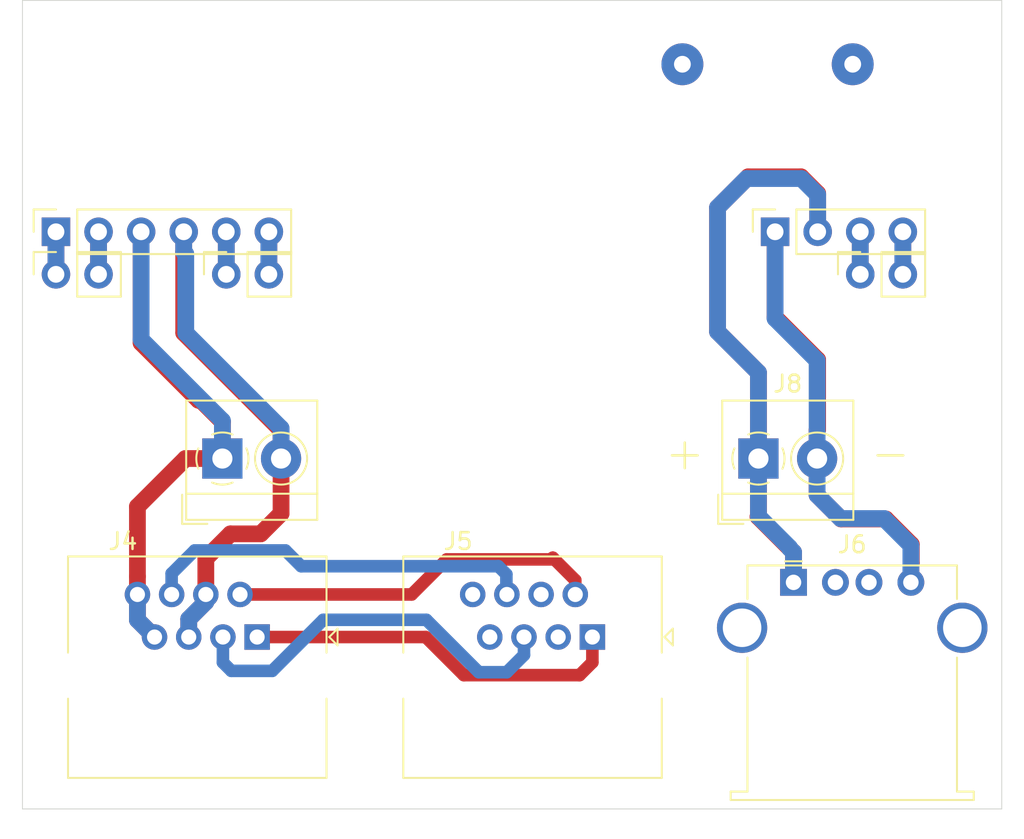
<source format=kicad_pcb>
(kicad_pcb (version 20171130) (host pcbnew 5.1.5-52549c5~86~ubuntu18.04.1)

  (general
    (thickness 1.6)
    (drawings 6)
    (tracks 119)
    (zones 0)
    (modules 22)
    (nets 23)
  )

  (page A4)
  (title_block
    (title "D01 Electronic")
    (company Galopago)
  )

  (layers
    (0 F.Cu signal)
    (31 B.Cu signal)
    (32 B.Adhes user)
    (33 F.Adhes user)
    (34 B.Paste user)
    (35 F.Paste user)
    (36 B.SilkS user)
    (37 F.SilkS user)
    (38 B.Mask user)
    (39 F.Mask user)
    (40 Dwgs.User user)
    (41 Cmts.User user)
    (42 Eco1.User user)
    (43 Eco2.User user)
    (44 Edge.Cuts user)
    (45 Margin user)
    (46 B.CrtYd user)
    (47 F.CrtYd user)
    (48 B.Fab user)
    (49 F.Fab user)
  )

  (setup
    (last_trace_width 1)
    (trace_clearance 0.2)
    (zone_clearance 0.508)
    (zone_45_only no)
    (trace_min 0.2)
    (via_size 0.8)
    (via_drill 0.4)
    (via_min_size 0.4)
    (via_min_drill 0.3)
    (uvia_size 0.3)
    (uvia_drill 0.1)
    (uvias_allowed no)
    (uvia_min_size 0.2)
    (uvia_min_drill 0.1)
    (edge_width 0.05)
    (segment_width 0.2)
    (pcb_text_width 0.3)
    (pcb_text_size 1.5 1.5)
    (mod_edge_width 0.12)
    (mod_text_size 1 1)
    (mod_text_width 0.15)
    (pad_size 2.4 2.4)
    (pad_drill 1.2)
    (pad_to_mask_clearance 0.051)
    (solder_mask_min_width 0.25)
    (aux_axis_origin 0 0)
    (visible_elements FFFFFF7F)
    (pcbplotparams
      (layerselection 0x010fc_ffffffff)
      (usegerberextensions false)
      (usegerberattributes false)
      (usegerberadvancedattributes false)
      (creategerberjobfile false)
      (excludeedgelayer true)
      (linewidth 0.100000)
      (plotframeref false)
      (viasonmask false)
      (mode 1)
      (useauxorigin false)
      (hpglpennumber 1)
      (hpglpenspeed 20)
      (hpglpendiameter 15.000000)
      (psnegative false)
      (psa4output false)
      (plotreference true)
      (plotvalue true)
      (plotinvisibletext false)
      (padsonsilk false)
      (subtractmaskfromsilk false)
      (outputformat 1)
      (mirror false)
      (drillshape 1)
      (scaleselection 1)
      (outputdirectory ""))
  )

  (net 0 "")
  (net 1 "Net-(J0-Pad1)")
  (net 2 "Net-(J4-Pad6)")
  (net 3 "Net-(J4-Pad3)")
  (net 4 "Net-(J4-Pad2)")
  (net 5 "Net-(J4-Pad1)")
  (net 6 "Net-(J5-Pad7)")
  (net 7 "Net-(J5-Pad8)")
  (net 8 "Net-(J5-Pad4)")
  (net 9 "Net-(J5-Pad3)")
  (net 10 "Net-(J6-Pad5)")
  (net 11 "Net-(J6-Pad4)")
  (net 12 "Net-(J6-Pad1)")
  (net 13 "Net-(J6-Pad3)")
  (net 14 "Net-(J6-Pad2)")
  (net 15 "Net-(J10-Pad6)")
  (net 16 "Net-(J10-Pad5)")
  (net 17 "Net-(J10-Pad4)")
  (net 18 "Net-(J10-Pad3)")
  (net 19 "Net-(J10-Pad2)")
  (net 20 "Net-(J10-Pad1)")
  (net 21 "Net-(J11-Pad2)")
  (net 22 "Net-(J11-Pad1)")

  (net_class Default "This is the default net class."
    (clearance 0.2)
    (trace_width 1)
    (via_dia 0.8)
    (via_drill 0.4)
    (uvia_dia 0.3)
    (uvia_drill 0.1)
    (add_net "Net-(J0-Pad1)")
    (add_net "Net-(J10-Pad1)")
    (add_net "Net-(J10-Pad2)")
    (add_net "Net-(J10-Pad3)")
    (add_net "Net-(J10-Pad4)")
    (add_net "Net-(J10-Pad5)")
    (add_net "Net-(J10-Pad6)")
    (add_net "Net-(J11-Pad1)")
    (add_net "Net-(J11-Pad2)")
    (add_net "Net-(J4-Pad1)")
    (add_net "Net-(J4-Pad2)")
    (add_net "Net-(J4-Pad3)")
    (add_net "Net-(J4-Pad6)")
    (add_net "Net-(J5-Pad3)")
    (add_net "Net-(J5-Pad4)")
    (add_net "Net-(J5-Pad7)")
    (add_net "Net-(J5-Pad8)")
    (add_net "Net-(J6-Pad1)")
    (add_net "Net-(J6-Pad2)")
    (add_net "Net-(J6-Pad3)")
    (add_net "Net-(J6-Pad4)")
    (add_net "Net-(J6-Pad5)")
  )

  (module Connector_PinSocket_2.54mm:PinSocket_1x02_P2.54mm_Vertical (layer F.Cu) (tedit 5F5B0FE3) (tstamp 5F5C43B9)
    (at 69.98 36.35 90)
    (descr "Through hole straight socket strip, 1x02, 2.54mm pitch, single row (from Kicad 4.0.7), script generated")
    (tags "Through hole socket strip THT 1x02 2.54mm single row")
    (path /5F6B707F)
    (fp_text reference J11 (at 0 -2.77 90) (layer F.SilkS) hide
      (effects (font (size 1 1) (thickness 0.15)))
    )
    (fp_text value Conn_01x02_Female (at 0 5.31 90) (layer F.Fab)
      (effects (font (size 1 1) (thickness 0.15)))
    )
    (fp_text user %R (at 0 1.27) (layer F.Fab)
      (effects (font (size 1 1) (thickness 0.15)))
    )
    (fp_line (start -1.8 4.3) (end -1.8 -1.8) (layer F.CrtYd) (width 0.05))
    (fp_line (start 1.75 4.3) (end -1.8 4.3) (layer F.CrtYd) (width 0.05))
    (fp_line (start 1.75 -1.8) (end 1.75 4.3) (layer F.CrtYd) (width 0.05))
    (fp_line (start -1.8 -1.8) (end 1.75 -1.8) (layer F.CrtYd) (width 0.05))
    (fp_line (start 0 -1.33) (end 1.33 -1.33) (layer F.SilkS) (width 0.12))
    (fp_line (start 1.33 -1.33) (end 1.33 0) (layer F.SilkS) (width 0.12))
    (fp_line (start 1.33 1.27) (end 1.33 3.87) (layer F.SilkS) (width 0.12))
    (fp_line (start -1.33 3.87) (end 1.33 3.87) (layer F.SilkS) (width 0.12))
    (fp_line (start -1.33 1.27) (end -1.33 3.87) (layer F.SilkS) (width 0.12))
    (fp_line (start -1.33 1.27) (end 1.33 1.27) (layer F.SilkS) (width 0.12))
    (fp_line (start -1.27 3.81) (end -1.27 -1.27) (layer F.Fab) (width 0.1))
    (fp_line (start 1.27 3.81) (end -1.27 3.81) (layer F.Fab) (width 0.1))
    (fp_line (start 1.27 -0.635) (end 1.27 3.81) (layer F.Fab) (width 0.1))
    (fp_line (start 0.635 -1.27) (end 1.27 -0.635) (layer F.Fab) (width 0.1))
    (fp_line (start -1.27 -1.27) (end 0.635 -1.27) (layer F.Fab) (width 0.1))
    (pad 2 thru_hole oval (at 0 2.54 90) (size 1.7 1.7) (drill 1) (layers *.Cu *.Mask)
      (net 21 "Net-(J11-Pad2)"))
    (pad 1 thru_hole circle (at 0 0 90) (size 1.7 1.7) (drill 1) (layers *.Cu *.Mask)
      (net 22 "Net-(J11-Pad1)"))
    (model ${KISYS3DMOD}/Connector_PinSocket_2.54mm.3dshapes/PinSocket_1x02_P2.54mm_Vertical.wrl
      (at (xyz 0 0 0))
      (scale (xyz 1 1 1))
      (rotate (xyz 0 0 0))
    )
  )

  (module Connector_PinSocket_2.54mm:PinSocket_1x02_P2.54mm_Vertical (layer F.Cu) (tedit 5F5B0FD2) (tstamp 5F5C4171)
    (at 32.16 36.35 90)
    (descr "Through hole straight socket strip, 1x02, 2.54mm pitch, single row (from Kicad 4.0.7), script generated")
    (tags "Through hole socket strip THT 1x02 2.54mm single row")
    (path /5F6B6825)
    (fp_text reference J3 (at 0 -2.77 90) (layer F.SilkS) hide
      (effects (font (size 1 1) (thickness 0.15)))
    )
    (fp_text value Conn_01x02_Female (at 0 5.31 90) (layer F.Fab)
      (effects (font (size 1 1) (thickness 0.15)))
    )
    (fp_text user %R (at 0 1.27) (layer F.Fab)
      (effects (font (size 1 1) (thickness 0.15)))
    )
    (fp_line (start -1.8 4.3) (end -1.8 -1.8) (layer F.CrtYd) (width 0.05))
    (fp_line (start 1.75 4.3) (end -1.8 4.3) (layer F.CrtYd) (width 0.05))
    (fp_line (start 1.75 -1.8) (end 1.75 4.3) (layer F.CrtYd) (width 0.05))
    (fp_line (start -1.8 -1.8) (end 1.75 -1.8) (layer F.CrtYd) (width 0.05))
    (fp_line (start 0 -1.33) (end 1.33 -1.33) (layer F.SilkS) (width 0.12))
    (fp_line (start 1.33 -1.33) (end 1.33 0) (layer F.SilkS) (width 0.12))
    (fp_line (start 1.33 1.27) (end 1.33 3.87) (layer F.SilkS) (width 0.12))
    (fp_line (start -1.33 3.87) (end 1.33 3.87) (layer F.SilkS) (width 0.12))
    (fp_line (start -1.33 1.27) (end -1.33 3.87) (layer F.SilkS) (width 0.12))
    (fp_line (start -1.33 1.27) (end 1.33 1.27) (layer F.SilkS) (width 0.12))
    (fp_line (start -1.27 3.81) (end -1.27 -1.27) (layer F.Fab) (width 0.1))
    (fp_line (start 1.27 3.81) (end -1.27 3.81) (layer F.Fab) (width 0.1))
    (fp_line (start 1.27 -0.635) (end 1.27 3.81) (layer F.Fab) (width 0.1))
    (fp_line (start 0.635 -1.27) (end 1.27 -0.635) (layer F.Fab) (width 0.1))
    (fp_line (start -1.27 -1.27) (end 0.635 -1.27) (layer F.Fab) (width 0.1))
    (pad 2 thru_hole oval (at 0 2.54 90) (size 1.7 1.7) (drill 1) (layers *.Cu *.Mask)
      (net 15 "Net-(J10-Pad6)"))
    (pad 1 thru_hole circle (at 0 0 90) (size 1.7 1.7) (drill 1) (layers *.Cu *.Mask)
      (net 16 "Net-(J10-Pad5)"))
    (model ${KISYS3DMOD}/Connector_PinSocket_2.54mm.3dshapes/PinSocket_1x02_P2.54mm_Vertical.wrl
      (at (xyz 0 0 0))
      (scale (xyz 1 1 1))
      (rotate (xyz 0 0 0))
    )
  )

  (module Connector_PinSocket_2.54mm:PinSocket_1x02_P2.54mm_Vertical (layer F.Cu) (tedit 5F5B0FCC) (tstamp 5F5C415B)
    (at 22 36.35 90)
    (descr "Through hole straight socket strip, 1x02, 2.54mm pitch, single row (from Kicad 4.0.7), script generated")
    (tags "Through hole socket strip THT 1x02 2.54mm single row")
    (path /5F6B6234)
    (fp_text reference J2 (at 0 -2.77 90) (layer F.SilkS) hide
      (effects (font (size 1 1) (thickness 0.15)))
    )
    (fp_text value Conn_01x02_Female (at 0 5.31 90) (layer F.Fab)
      (effects (font (size 1 1) (thickness 0.15)))
    )
    (fp_text user %R (at 0 1.27) (layer F.Fab)
      (effects (font (size 1 1) (thickness 0.15)))
    )
    (fp_line (start -1.8 4.3) (end -1.8 -1.8) (layer F.CrtYd) (width 0.05))
    (fp_line (start 1.75 4.3) (end -1.8 4.3) (layer F.CrtYd) (width 0.05))
    (fp_line (start 1.75 -1.8) (end 1.75 4.3) (layer F.CrtYd) (width 0.05))
    (fp_line (start -1.8 -1.8) (end 1.75 -1.8) (layer F.CrtYd) (width 0.05))
    (fp_line (start 0 -1.33) (end 1.33 -1.33) (layer F.SilkS) (width 0.12))
    (fp_line (start 1.33 -1.33) (end 1.33 0) (layer F.SilkS) (width 0.12))
    (fp_line (start 1.33 1.27) (end 1.33 3.87) (layer F.SilkS) (width 0.12))
    (fp_line (start -1.33 3.87) (end 1.33 3.87) (layer F.SilkS) (width 0.12))
    (fp_line (start -1.33 1.27) (end -1.33 3.87) (layer F.SilkS) (width 0.12))
    (fp_line (start -1.33 1.27) (end 1.33 1.27) (layer F.SilkS) (width 0.12))
    (fp_line (start -1.27 3.81) (end -1.27 -1.27) (layer F.Fab) (width 0.1))
    (fp_line (start 1.27 3.81) (end -1.27 3.81) (layer F.Fab) (width 0.1))
    (fp_line (start 1.27 -0.635) (end 1.27 3.81) (layer F.Fab) (width 0.1))
    (fp_line (start 0.635 -1.27) (end 1.27 -0.635) (layer F.Fab) (width 0.1))
    (fp_line (start -1.27 -1.27) (end 0.635 -1.27) (layer F.Fab) (width 0.1))
    (pad 2 thru_hole oval (at 0 2.54 90) (size 1.7 1.7) (drill 1) (layers *.Cu *.Mask)
      (net 19 "Net-(J10-Pad2)"))
    (pad 1 thru_hole circle (at 0 0 90) (size 1.7 1.7) (drill 1) (layers *.Cu *.Mask)
      (net 20 "Net-(J10-Pad1)"))
    (model ${KISYS3DMOD}/Connector_PinSocket_2.54mm.3dshapes/PinSocket_1x02_P2.54mm_Vertical.wrl
      (at (xyz 0 0 0))
      (scale (xyz 1 1 1))
      (rotate (xyz 0 0 0))
    )
  )

  (module Connector_PinSocket_2.54mm:PinSocket_1x06_P2.54mm_Vertical (layer F.Cu) (tedit 5A19A430) (tstamp 5F5BB623)
    (at 22 33.81 90)
    (descr "Through hole straight socket strip, 1x06, 2.54mm pitch, single row (from Kicad 4.0.7), script generated")
    (tags "Through hole socket strip THT 1x06 2.54mm single row")
    (path /5F60FE0F)
    (fp_text reference J10 (at 0 -2.77 90) (layer F.SilkS) hide
      (effects (font (size 1 1) (thickness 0.15)))
    )
    (fp_text value Conn_01x06_Female (at 0 15.47 90) (layer F.Fab)
      (effects (font (size 1 1) (thickness 0.15)))
    )
    (fp_text user %R (at 0 6.35) (layer F.Fab)
      (effects (font (size 1 1) (thickness 0.15)))
    )
    (fp_line (start -1.8 14.45) (end -1.8 -1.8) (layer F.CrtYd) (width 0.05))
    (fp_line (start 1.75 14.45) (end -1.8 14.45) (layer F.CrtYd) (width 0.05))
    (fp_line (start 1.75 -1.8) (end 1.75 14.45) (layer F.CrtYd) (width 0.05))
    (fp_line (start -1.8 -1.8) (end 1.75 -1.8) (layer F.CrtYd) (width 0.05))
    (fp_line (start 0 -1.33) (end 1.33 -1.33) (layer F.SilkS) (width 0.12))
    (fp_line (start 1.33 -1.33) (end 1.33 0) (layer F.SilkS) (width 0.12))
    (fp_line (start 1.33 1.27) (end 1.33 14.03) (layer F.SilkS) (width 0.12))
    (fp_line (start -1.33 14.03) (end 1.33 14.03) (layer F.SilkS) (width 0.12))
    (fp_line (start -1.33 1.27) (end -1.33 14.03) (layer F.SilkS) (width 0.12))
    (fp_line (start -1.33 1.27) (end 1.33 1.27) (layer F.SilkS) (width 0.12))
    (fp_line (start -1.27 13.97) (end -1.27 -1.27) (layer F.Fab) (width 0.1))
    (fp_line (start 1.27 13.97) (end -1.27 13.97) (layer F.Fab) (width 0.1))
    (fp_line (start 1.27 -0.635) (end 1.27 13.97) (layer F.Fab) (width 0.1))
    (fp_line (start 0.635 -1.27) (end 1.27 -0.635) (layer F.Fab) (width 0.1))
    (fp_line (start -1.27 -1.27) (end 0.635 -1.27) (layer F.Fab) (width 0.1))
    (pad 6 thru_hole oval (at 0 12.7 90) (size 1.7 1.7) (drill 1) (layers *.Cu *.Mask)
      (net 15 "Net-(J10-Pad6)"))
    (pad 5 thru_hole oval (at 0 10.16 90) (size 1.7 1.7) (drill 1) (layers *.Cu *.Mask)
      (net 16 "Net-(J10-Pad5)"))
    (pad 4 thru_hole oval (at 0 7.62 90) (size 1.7 1.7) (drill 1) (layers *.Cu *.Mask)
      (net 17 "Net-(J10-Pad4)"))
    (pad 3 thru_hole oval (at 0 5.08 90) (size 1.7 1.7) (drill 1) (layers *.Cu *.Mask)
      (net 18 "Net-(J10-Pad3)"))
    (pad 2 thru_hole oval (at 0 2.54 90) (size 1.7 1.7) (drill 1) (layers *.Cu *.Mask)
      (net 19 "Net-(J10-Pad2)"))
    (pad 1 thru_hole rect (at 0 0 90) (size 1.7 1.7) (drill 1) (layers *.Cu *.Mask)
      (net 20 "Net-(J10-Pad1)"))
    (model ${KISYS3DMOD}/Connector_PinSocket_2.54mm.3dshapes/PinSocket_1x06_P2.54mm_Vertical.wrl
      (at (xyz 0 0 0))
      (scale (xyz 1 1 1))
      (rotate (xyz 0 0 0))
    )
  )

  (module Connector_PinSocket_2.54mm:PinSocket_1x04_P2.54mm_Vertical (layer F.Cu) (tedit 5A19A429) (tstamp 5F5BB609)
    (at 64.9 33.81 90)
    (descr "Through hole straight socket strip, 1x04, 2.54mm pitch, single row (from Kicad 4.0.7), script generated")
    (tags "Through hole socket strip THT 1x04 2.54mm single row")
    (path /5F611752)
    (fp_text reference J9 (at 0 -2.77 90) (layer F.SilkS) hide
      (effects (font (size 1 1) (thickness 0.15)))
    )
    (fp_text value Conn_01x04_Female (at 0 10.39 90) (layer F.Fab)
      (effects (font (size 1 1) (thickness 0.15)))
    )
    (fp_text user %R (at 0 3.81) (layer F.Fab)
      (effects (font (size 1 1) (thickness 0.15)))
    )
    (fp_line (start -1.8 9.4) (end -1.8 -1.8) (layer F.CrtYd) (width 0.05))
    (fp_line (start 1.75 9.4) (end -1.8 9.4) (layer F.CrtYd) (width 0.05))
    (fp_line (start 1.75 -1.8) (end 1.75 9.4) (layer F.CrtYd) (width 0.05))
    (fp_line (start -1.8 -1.8) (end 1.75 -1.8) (layer F.CrtYd) (width 0.05))
    (fp_line (start 0 -1.33) (end 1.33 -1.33) (layer F.SilkS) (width 0.12))
    (fp_line (start 1.33 -1.33) (end 1.33 0) (layer F.SilkS) (width 0.12))
    (fp_line (start 1.33 1.27) (end 1.33 8.95) (layer F.SilkS) (width 0.12))
    (fp_line (start -1.33 8.95) (end 1.33 8.95) (layer F.SilkS) (width 0.12))
    (fp_line (start -1.33 1.27) (end -1.33 8.95) (layer F.SilkS) (width 0.12))
    (fp_line (start -1.33 1.27) (end 1.33 1.27) (layer F.SilkS) (width 0.12))
    (fp_line (start -1.27 8.89) (end -1.27 -1.27) (layer F.Fab) (width 0.1))
    (fp_line (start 1.27 8.89) (end -1.27 8.89) (layer F.Fab) (width 0.1))
    (fp_line (start 1.27 -0.635) (end 1.27 8.89) (layer F.Fab) (width 0.1))
    (fp_line (start 0.635 -1.27) (end 1.27 -0.635) (layer F.Fab) (width 0.1))
    (fp_line (start -1.27 -1.27) (end 0.635 -1.27) (layer F.Fab) (width 0.1))
    (pad 4 thru_hole oval (at 0 7.62 90) (size 1.7 1.7) (drill 1) (layers *.Cu *.Mask)
      (net 21 "Net-(J11-Pad2)"))
    (pad 3 thru_hole oval (at 0 5.08 90) (size 1.7 1.7) (drill 1) (layers *.Cu *.Mask)
      (net 22 "Net-(J11-Pad1)"))
    (pad 2 thru_hole oval (at 0 2.54 90) (size 1.7 1.7) (drill 1) (layers *.Cu *.Mask)
      (net 12 "Net-(J6-Pad1)"))
    (pad 1 thru_hole rect (at 0 0 90) (size 1.7 1.7) (drill 1) (layers *.Cu *.Mask)
      (net 11 "Net-(J6-Pad4)"))
    (model ${KISYS3DMOD}/Connector_PinSocket_2.54mm.3dshapes/PinSocket_1x04_P2.54mm_Vertical.wrl
      (at (xyz 0 0 0))
      (scale (xyz 1 1 1))
      (rotate (xyz 0 0 0))
    )
  )

  (module TerminalBlock_4Ucon:TerminalBlock_4Ucon_1x02_P3.50mm_Horizontal (layer F.Cu) (tedit 5F5B13F7) (tstamp 5F5B99B6)
    (at 63.9064 47.3456)
    (descr "Terminal Block 4Ucon ItemNo. 19963, 2 pins, pitch 3.5mm, size 7.7x7mm^2, drill diamater 1.2mm, pad diameter 2.4mm, see http://www.4uconnector.com/online/object/4udrawing/19963.pdf, script-generated using https://github.com/pointhi/kicad-footprint-generator/scripts/TerminalBlock_4Ucon")
    (tags "THT Terminal Block 4Ucon ItemNo. 19963 pitch 3.5mm size 7.7x7mm^2 drill 1.2mm pad 2.4mm")
    (path /5F6038E7)
    (fp_text reference J8 (at 1.75 -4.46) (layer F.SilkS)
      (effects (font (size 1 1) (thickness 0.15)))
    )
    (fp_text value Conn_01x02_Female (at 1.75 4.66) (layer F.Fab)
      (effects (font (size 1 1) (thickness 0.15)))
    )
    (fp_text user %R (at 1.75 2.9) (layer F.Fab)
      (effects (font (size 1 1) (thickness 0.15)))
    )
    (fp_line (start 6.1 -3.9) (end -2.6 -3.9) (layer F.CrtYd) (width 0.05))
    (fp_line (start 6.1 4.1) (end 6.1 -3.9) (layer F.CrtYd) (width 0.05))
    (fp_line (start -2.6 4.1) (end 6.1 4.1) (layer F.CrtYd) (width 0.05))
    (fp_line (start -2.6 -3.9) (end -2.6 4.1) (layer F.CrtYd) (width 0.05))
    (fp_line (start -2.4 3.9) (end -0.9 3.9) (layer F.SilkS) (width 0.12))
    (fp_line (start -2.4 2.16) (end -2.4 3.9) (layer F.SilkS) (width 0.12))
    (fp_line (start 2.4 0.069) (end 2.4 -0.069) (layer F.Fab) (width 0.1))
    (fp_line (start 3.431 0.069) (end 2.4 0.069) (layer F.Fab) (width 0.1))
    (fp_line (start 3.431 1.1) (end 3.431 0.069) (layer F.Fab) (width 0.1))
    (fp_line (start 3.569 1.1) (end 3.431 1.1) (layer F.Fab) (width 0.1))
    (fp_line (start 3.569 0.069) (end 3.569 1.1) (layer F.Fab) (width 0.1))
    (fp_line (start 4.6 0.069) (end 3.569 0.069) (layer F.Fab) (width 0.1))
    (fp_line (start 4.6 -0.069) (end 4.6 0.069) (layer F.Fab) (width 0.1))
    (fp_line (start 3.569 -0.069) (end 4.6 -0.069) (layer F.Fab) (width 0.1))
    (fp_line (start 3.569 -1.1) (end 3.569 -0.069) (layer F.Fab) (width 0.1))
    (fp_line (start 3.431 -1.1) (end 3.569 -1.1) (layer F.Fab) (width 0.1))
    (fp_line (start 3.431 -0.069) (end 3.431 -1.1) (layer F.Fab) (width 0.1))
    (fp_line (start 2.4 -0.069) (end 3.431 -0.069) (layer F.Fab) (width 0.1))
    (fp_line (start -1.1 0.069) (end -1.1 -0.069) (layer F.Fab) (width 0.1))
    (fp_line (start -0.069 0.069) (end -1.1 0.069) (layer F.Fab) (width 0.1))
    (fp_line (start -0.069 1.1) (end -0.069 0.069) (layer F.Fab) (width 0.1))
    (fp_line (start 0.069 1.1) (end -0.069 1.1) (layer F.Fab) (width 0.1))
    (fp_line (start 0.069 0.069) (end 0.069 1.1) (layer F.Fab) (width 0.1))
    (fp_line (start 1.1 0.069) (end 0.069 0.069) (layer F.Fab) (width 0.1))
    (fp_line (start 1.1 -0.069) (end 1.1 0.069) (layer F.Fab) (width 0.1))
    (fp_line (start 0.069 -0.069) (end 1.1 -0.069) (layer F.Fab) (width 0.1))
    (fp_line (start 0.069 -1.1) (end 0.069 -0.069) (layer F.Fab) (width 0.1))
    (fp_line (start -0.069 -1.1) (end 0.069 -1.1) (layer F.Fab) (width 0.1))
    (fp_line (start -0.069 -0.069) (end -0.069 -1.1) (layer F.Fab) (width 0.1))
    (fp_line (start -1.1 -0.069) (end -0.069 -0.069) (layer F.Fab) (width 0.1))
    (fp_line (start 5.66 -3.46) (end 5.66 3.66) (layer F.SilkS) (width 0.12))
    (fp_line (start -2.16 -3.46) (end -2.16 3.66) (layer F.SilkS) (width 0.12))
    (fp_line (start -2.16 3.66) (end 5.66 3.66) (layer F.SilkS) (width 0.12))
    (fp_line (start -2.16 -3.46) (end 5.66 -3.46) (layer F.SilkS) (width 0.12))
    (fp_line (start -2.16 2.1) (end 5.66 2.1) (layer F.SilkS) (width 0.12))
    (fp_line (start -2.1 2.1) (end 5.6 2.1) (layer F.Fab) (width 0.1))
    (fp_line (start -2.1 2.1) (end -2.1 -3.4) (layer F.Fab) (width 0.1))
    (fp_line (start -0.6 3.6) (end -2.1 2.1) (layer F.Fab) (width 0.1))
    (fp_line (start 5.6 3.6) (end -0.6 3.6) (layer F.Fab) (width 0.1))
    (fp_line (start 5.6 -3.4) (end 5.6 3.6) (layer F.Fab) (width 0.1))
    (fp_line (start -2.1 -3.4) (end 5.6 -3.4) (layer F.Fab) (width 0.1))
    (fp_circle (center 3.5 0) (end 5.055 0) (layer F.SilkS) (width 0.12))
    (fp_circle (center 3.5 0) (end 4.875 0) (layer F.Fab) (width 0.1))
    (fp_circle (center 0 0) (end 1.375 0) (layer F.Fab) (width 0.1))
    (fp_arc (start 0 0) (end -0.608 1.432) (angle -24) (layer F.SilkS) (width 0.12))
    (fp_arc (start 0 0) (end -1.432 -0.608) (angle -46) (layer F.SilkS) (width 0.12))
    (fp_arc (start 0 0) (end 0.608 -1.432) (angle -46) (layer F.SilkS) (width 0.12))
    (fp_arc (start 0 0) (end 1.432 0.608) (angle -46) (layer F.SilkS) (width 0.12))
    (fp_arc (start 0 0) (end 0 1.555) (angle -23) (layer F.SilkS) (width 0.12))
    (pad 2 thru_hole circle (at 3.5 0) (size 2.4 2.4) (drill 1.2) (layers *.Cu *.Mask)
      (net 11 "Net-(J6-Pad4)"))
    (pad 1 thru_hole rect (at 0 0) (size 2.4 2.4) (drill 1.2) (layers *.Cu *.Mask)
      (net 12 "Net-(J6-Pad1)"))
    (model ${KISYS3DMOD}/TerminalBlock_4Ucon.3dshapes/TerminalBlock_4Ucon_1x02_P3.50mm_Horizontal.wrl
      (at (xyz 0 0 0))
      (scale (xyz 1 1 1))
      (rotate (xyz 0 0 0))
    )
  )

  (module TerminalBlock_4Ucon:TerminalBlock_4Ucon_1x02_P3.50mm_Horizontal (layer F.Cu) (tedit 5B294E91) (tstamp 5F5B997E)
    (at 31.9278 47.3456)
    (descr "Terminal Block 4Ucon ItemNo. 19963, 2 pins, pitch 3.5mm, size 7.7x7mm^2, drill diamater 1.2mm, pad diameter 2.4mm, see http://www.4uconnector.com/online/object/4udrawing/19963.pdf, script-generated using https://github.com/pointhi/kicad-footprint-generator/scripts/TerminalBlock_4Ucon")
    (tags "THT Terminal Block 4Ucon ItemNo. 19963 pitch 3.5mm size 7.7x7mm^2 drill 1.2mm pad 2.4mm")
    (path /5F5FF691)
    (fp_text reference J7 (at 1.75 -4.46) (layer F.SilkS) hide
      (effects (font (size 1 1) (thickness 0.15)))
    )
    (fp_text value Conn_01x02_Female (at 1.75 4.66) (layer F.Fab)
      (effects (font (size 1 1) (thickness 0.15)))
    )
    (fp_text user %R (at 1.75 2.9) (layer F.Fab)
      (effects (font (size 1 1) (thickness 0.15)))
    )
    (fp_line (start 6.1 -3.9) (end -2.6 -3.9) (layer F.CrtYd) (width 0.05))
    (fp_line (start 6.1 4.1) (end 6.1 -3.9) (layer F.CrtYd) (width 0.05))
    (fp_line (start -2.6 4.1) (end 6.1 4.1) (layer F.CrtYd) (width 0.05))
    (fp_line (start -2.6 -3.9) (end -2.6 4.1) (layer F.CrtYd) (width 0.05))
    (fp_line (start -2.4 3.9) (end -0.9 3.9) (layer F.SilkS) (width 0.12))
    (fp_line (start -2.4 2.16) (end -2.4 3.9) (layer F.SilkS) (width 0.12))
    (fp_line (start 2.4 0.069) (end 2.4 -0.069) (layer F.Fab) (width 0.1))
    (fp_line (start 3.431 0.069) (end 2.4 0.069) (layer F.Fab) (width 0.1))
    (fp_line (start 3.431 1.1) (end 3.431 0.069) (layer F.Fab) (width 0.1))
    (fp_line (start 3.569 1.1) (end 3.431 1.1) (layer F.Fab) (width 0.1))
    (fp_line (start 3.569 0.069) (end 3.569 1.1) (layer F.Fab) (width 0.1))
    (fp_line (start 4.6 0.069) (end 3.569 0.069) (layer F.Fab) (width 0.1))
    (fp_line (start 4.6 -0.069) (end 4.6 0.069) (layer F.Fab) (width 0.1))
    (fp_line (start 3.569 -0.069) (end 4.6 -0.069) (layer F.Fab) (width 0.1))
    (fp_line (start 3.569 -1.1) (end 3.569 -0.069) (layer F.Fab) (width 0.1))
    (fp_line (start 3.431 -1.1) (end 3.569 -1.1) (layer F.Fab) (width 0.1))
    (fp_line (start 3.431 -0.069) (end 3.431 -1.1) (layer F.Fab) (width 0.1))
    (fp_line (start 2.4 -0.069) (end 3.431 -0.069) (layer F.Fab) (width 0.1))
    (fp_line (start -1.1 0.069) (end -1.1 -0.069) (layer F.Fab) (width 0.1))
    (fp_line (start -0.069 0.069) (end -1.1 0.069) (layer F.Fab) (width 0.1))
    (fp_line (start -0.069 1.1) (end -0.069 0.069) (layer F.Fab) (width 0.1))
    (fp_line (start 0.069 1.1) (end -0.069 1.1) (layer F.Fab) (width 0.1))
    (fp_line (start 0.069 0.069) (end 0.069 1.1) (layer F.Fab) (width 0.1))
    (fp_line (start 1.1 0.069) (end 0.069 0.069) (layer F.Fab) (width 0.1))
    (fp_line (start 1.1 -0.069) (end 1.1 0.069) (layer F.Fab) (width 0.1))
    (fp_line (start 0.069 -0.069) (end 1.1 -0.069) (layer F.Fab) (width 0.1))
    (fp_line (start 0.069 -1.1) (end 0.069 -0.069) (layer F.Fab) (width 0.1))
    (fp_line (start -0.069 -1.1) (end 0.069 -1.1) (layer F.Fab) (width 0.1))
    (fp_line (start -0.069 -0.069) (end -0.069 -1.1) (layer F.Fab) (width 0.1))
    (fp_line (start -1.1 -0.069) (end -0.069 -0.069) (layer F.Fab) (width 0.1))
    (fp_line (start 5.66 -3.46) (end 5.66 3.66) (layer F.SilkS) (width 0.12))
    (fp_line (start -2.16 -3.46) (end -2.16 3.66) (layer F.SilkS) (width 0.12))
    (fp_line (start -2.16 3.66) (end 5.66 3.66) (layer F.SilkS) (width 0.12))
    (fp_line (start -2.16 -3.46) (end 5.66 -3.46) (layer F.SilkS) (width 0.12))
    (fp_line (start -2.16 2.1) (end 5.66 2.1) (layer F.SilkS) (width 0.12))
    (fp_line (start -2.1 2.1) (end 5.6 2.1) (layer F.Fab) (width 0.1))
    (fp_line (start -2.1 2.1) (end -2.1 -3.4) (layer F.Fab) (width 0.1))
    (fp_line (start -0.6 3.6) (end -2.1 2.1) (layer F.Fab) (width 0.1))
    (fp_line (start 5.6 3.6) (end -0.6 3.6) (layer F.Fab) (width 0.1))
    (fp_line (start 5.6 -3.4) (end 5.6 3.6) (layer F.Fab) (width 0.1))
    (fp_line (start -2.1 -3.4) (end 5.6 -3.4) (layer F.Fab) (width 0.1))
    (fp_circle (center 3.5 0) (end 5.055 0) (layer F.SilkS) (width 0.12))
    (fp_circle (center 3.5 0) (end 4.875 0) (layer F.Fab) (width 0.1))
    (fp_circle (center 0 0) (end 1.375 0) (layer F.Fab) (width 0.1))
    (fp_arc (start 0 0) (end -0.608 1.432) (angle -24) (layer F.SilkS) (width 0.12))
    (fp_arc (start 0 0) (end -1.432 -0.608) (angle -46) (layer F.SilkS) (width 0.12))
    (fp_arc (start 0 0) (end 0.608 -1.432) (angle -46) (layer F.SilkS) (width 0.12))
    (fp_arc (start 0 0) (end 1.432 0.608) (angle -46) (layer F.SilkS) (width 0.12))
    (fp_arc (start 0 0) (end 0 1.555) (angle -23) (layer F.SilkS) (width 0.12))
    (pad 2 thru_hole circle (at 3.5 0) (size 2.4 2.4) (drill 1.2) (layers *.Cu *.Mask)
      (net 17 "Net-(J10-Pad4)"))
    (pad 1 thru_hole rect (at 0 0) (size 2.4 2.4) (drill 1.2) (layers *.Cu *.Mask)
      (net 18 "Net-(J10-Pad3)"))
    (model ${KISYS3DMOD}/TerminalBlock_4Ucon.3dshapes/TerminalBlock_4Ucon_1x02_P3.50mm_Horizontal.wrl
      (at (xyz 0 0 0))
      (scale (xyz 1 1 1))
      (rotate (xyz 0 0 0))
    )
  )

  (module Connector_USB:USB_A_Stewart_SS-52100-001_Horizontal (layer F.Cu) (tedit 5CB49A87) (tstamp 5F5B7EC0)
    (at 66 54.737)
    (descr "USB A connector https://belfuse.com/resources/drawings/stewartconnector/dr-stw-ss-52100-001.pdf")
    (tags "USB_A Female Connector receptacle")
    (path /5F5EDF8D)
    (fp_text reference J6 (at 3.5 -2.26) (layer F.SilkS)
      (effects (font (size 1 1) (thickness 0.15)))
    )
    (fp_text value USB_A (at 3.5 14.49) (layer F.Fab)
      (effects (font (size 1 1) (thickness 0.15)))
    )
    (fp_line (start -5.15 1.99) (end -4.25 0.69) (layer F.CrtYd) (width 0.05))
    (fp_line (start -5.15 3.44) (end -5.15 1.99) (layer F.CrtYd) (width 0.05))
    (fp_line (start -3.25 4.74) (end -4.25 4.74) (layer F.CrtYd) (width 0.05))
    (fp_line (start -5.15 3.44) (end -4.25 4.74) (layer F.CrtYd) (width 0.05))
    (fp_line (start -3.25 0.69) (end -4.25 0.69) (layer F.CrtYd) (width 0.05))
    (fp_line (start 12.15 3.44) (end 11.25 4.74) (layer F.CrtYd) (width 0.05))
    (fp_line (start -3.25 0.69) (end -3.25 -1.51) (layer F.CrtYd) (width 0.05))
    (fp_line (start 10.25 -1.51) (end -3.25 -1.51) (layer F.CrtYd) (width 0.05))
    (fp_line (start 10.25 0.69) (end 10.25 -1.51) (layer F.CrtYd) (width 0.05))
    (fp_line (start 12.15 1.99) (end 12.15 3.44) (layer F.CrtYd) (width 0.05))
    (fp_line (start 10.25 0.69) (end 11.25 0.69) (layer F.CrtYd) (width 0.05))
    (fp_line (start 12.15 1.99) (end 11.25 0.69) (layer F.CrtYd) (width 0.05))
    (fp_line (start 10.75 12.49) (end 10.75 12.99) (layer F.Fab) (width 0.1))
    (fp_line (start 9.75 12.49) (end 10.75 12.49) (layer F.Fab) (width 0.1))
    (fp_line (start -3.75 12.49) (end -2.75 12.49) (layer F.Fab) (width 0.1))
    (fp_line (start -3.75 12.99) (end -3.75 12.49) (layer F.Fab) (width 0.1))
    (fp_line (start -3.75 12.99) (end 10.75 12.99) (layer F.Fab) (width 0.1))
    (fp_line (start -2.75 12.49) (end -2.75 -1.01) (layer F.Fab) (width 0.1))
    (fp_line (start -2.75 -1.01) (end 9.75 -1.01) (layer F.Fab) (width 0.1))
    (fp_line (start 9.75 12.49) (end 9.75 -1.01) (layer F.Fab) (width 0.1))
    (fp_text user %R (at 3.5 5.99) (layer F.Fab)
      (effects (font (size 1 1) (thickness 0.15)))
    )
    (fp_line (start -3.75 12.99) (end 10.75 12.99) (layer F.SilkS) (width 0.12))
    (fp_line (start 10.75 12.99) (end 10.75 12.49) (layer F.SilkS) (width 0.12))
    (fp_line (start 10.75 12.49) (end 9.75 12.49) (layer F.SilkS) (width 0.12))
    (fp_line (start 9.75 12.49) (end 9.75 4.49) (layer F.SilkS) (width 0.12))
    (fp_line (start 9.75 0.99) (end 9.75 -1.01) (layer F.SilkS) (width 0.12))
    (fp_line (start 9.75 -1.01) (end -2.75 -1.01) (layer F.SilkS) (width 0.12))
    (fp_line (start -2.75 -1.01) (end -2.75 0.99) (layer F.SilkS) (width 0.12))
    (fp_line (start -2.75 4.49) (end -2.75 12.49) (layer F.SilkS) (width 0.12))
    (fp_line (start -2.75 12.49) (end -3.75 12.49) (layer F.SilkS) (width 0.12))
    (fp_line (start -3.75 12.49) (end -3.75 12.99) (layer F.SilkS) (width 0.12))
    (fp_line (start -0.5 -1.26) (end 0.5 -1.26) (layer F.SilkS) (width 0.12))
    (fp_line (start -0.25 -1.01) (end 0 -0.76) (layer F.Fab) (width 0.1))
    (fp_line (start 0 -0.76) (end 0.25 -1.01) (layer F.Fab) (width 0.1))
    (fp_line (start -3.25 4.74) (end -3.25 11.99) (layer F.CrtYd) (width 0.05))
    (fp_line (start -3.25 11.99) (end -4.25 11.99) (layer F.CrtYd) (width 0.05))
    (fp_line (start -4.25 11.99) (end -4.25 13.49) (layer F.CrtYd) (width 0.05))
    (fp_line (start -4.25 13.49) (end 11.25 13.49) (layer F.CrtYd) (width 0.05))
    (fp_line (start 11.25 13.49) (end 11.25 11.99) (layer F.CrtYd) (width 0.05))
    (fp_line (start 11.25 11.99) (end 10.25 11.99) (layer F.CrtYd) (width 0.05))
    (fp_line (start 10.25 11.99) (end 10.25 4.74) (layer F.CrtYd) (width 0.05))
    (fp_line (start 10.25 4.74) (end 11.25 4.74) (layer F.CrtYd) (width 0.05))
    (pad 4 thru_hole circle (at 7 0) (size 1.6 1.6) (drill 0.92) (layers *.Cu *.Mask)
      (net 11 "Net-(J6-Pad4)"))
    (pad 3 thru_hole circle (at 4.5 0) (size 1.6 1.6) (drill 0.92) (layers *.Cu *.Mask)
      (net 13 "Net-(J6-Pad3)"))
    (pad 2 thru_hole circle (at 2.5 0) (size 1.6 1.6) (drill 0.92) (layers *.Cu *.Mask)
      (net 14 "Net-(J6-Pad2)"))
    (pad 1 thru_hole rect (at 0 0) (size 1.6 1.6) (drill 0.92) (layers *.Cu *.Mask)
      (net 12 "Net-(J6-Pad1)"))
    (pad 5 thru_hole circle (at -3.07 2.71) (size 3 3) (drill 2.3) (layers *.Cu *.Mask)
      (net 10 "Net-(J6-Pad5)"))
    (pad 5 thru_hole circle (at 10.07 2.71) (size 3 3) (drill 2.3) (layers *.Cu *.Mask)
      (net 10 "Net-(J6-Pad5)"))
    (model ${KISYS3DMOD}/Connector_USB.3dshapes/USB_A_Stewart_SS-52100-001_Horizontal.wrl
      (at (xyz 0 0 0))
      (scale (xyz 1 1 1))
      (rotate (xyz 0 0 0))
    )
  )

  (module Connector_RJ:RJ45_Wayconn_MJEA-880X1_Horizontal (layer F.Cu) (tedit 5F5ABBD8) (tstamp 5F5B31E5)
    (at 54 58)
    (descr "RJ45 8P8C Socket 90 degrees, https://wayconn.com/wp-content/themes/way/datasheet/MJEA-880X1XXX_RJ45_8P8C_PCB_FEMALE_RA.pdf")
    (tags "RJ45 jack connector 8P8C")
    (path /5F5B55AD)
    (fp_text reference J5 (at -8.005 -5.715) (layer F.SilkS)
      (effects (font (size 1 1) (thickness 0.15)))
    )
    (fp_text value RJ45 (at -3.57 9.775) (layer F.Fab)
      (effects (font (size 1 1) (thickness 0.15)))
    )
    (fp_line (start 4.8 -0.5) (end 4.8 0.5) (layer F.SilkS) (width 0.12))
    (fp_line (start 4.8 -0.5) (end 4.3 0) (layer F.SilkS) (width 0.12))
    (fp_line (start 4.3 0) (end 4.8 0.5) (layer F.SilkS) (width 0.12))
    (fp_line (start 3.53 0) (end 4.03 0.5) (layer F.Fab) (width 0.1))
    (fp_line (start 4.03 -0.5) (end 3.53 0) (layer F.Fab) (width 0.1))
    (fp_line (start 4.03 -4.7) (end 4.03 -0.5) (layer F.Fab) (width 0.1))
    (fp_line (start 4.03 0.5) (end 4.03 0.93) (layer F.Fab) (width 0.1))
    (fp_line (start -11.17 -4.7) (end 4.03 -4.7) (layer F.Fab) (width 0.1))
    (fp_line (start -11.17 3.68) (end -11.17 8.3) (layer F.Fab) (width 0.1))
    (fp_line (start 4.03 3.68) (end 4.03 8.3) (layer F.Fab) (width 0.1))
    (fp_line (start -11.17 8.3) (end 4.03 8.3) (layer F.Fab) (width 0.1))
    (fp_line (start -11.17 -4.7) (end -11.17 0.93) (layer F.Fab) (width 0.1))
    (fp_text user %R (at -3.57 1.905) (layer F.Fab)
      (effects (font (size 1 1) (thickness 0.15)))
    )
    (fp_line (start 5.58 8.8) (end -12.72 8.8) (layer F.CrtYd) (width 0.05))
    (fp_line (start 5.58 8.8) (end 5.58 -5.2) (layer F.CrtYd) (width 0.05))
    (fp_line (start -12.72 -5.2) (end -12.72 8.8) (layer F.CrtYd) (width 0.05))
    (fp_line (start -12.72 -5.2) (end 5.58 -5.2) (layer F.CrtYd) (width 0.05))
    (fp_line (start 4.14 3.68) (end 4.14 8.41) (layer F.SilkS) (width 0.12))
    (fp_line (start -11.28 3.68) (end -11.28 8.41) (layer F.SilkS) (width 0.12))
    (fp_line (start -11.28 -4.81) (end 4.14 -4.81) (layer F.SilkS) (width 0.12))
    (fp_line (start -11.28 8.41) (end 4.14 8.41) (layer F.SilkS) (width 0.12))
    (fp_line (start 4.14 -4.81) (end 4.14 0.93) (layer F.SilkS) (width 0.12))
    (fp_line (start -11.28 -4.81) (end -11.28 0.93) (layer F.SilkS) (width 0.12))
    (pad 7 thru_hole circle (at -6.12 0) (size 1.52 1.52) (drill 0.9) (layers *.Cu *.Mask)
      (net 6 "Net-(J5-Pad7)"))
    (pad 8 thru_hole circle (at -7.14 -2.54) (size 1.52 1.52) (drill 0.9) (layers *.Cu *.Mask)
      (net 7 "Net-(J5-Pad8)"))
    (pad "" np_thru_hole circle (at -11.07 2.3) (size 2.3 2.3) (drill 2.3) (layers *.Cu *.Mask))
    (pad "" np_thru_hole circle (at 3.93 2.3) (size 2.3 2.3) (drill 2.3) (layers *.Cu *.Mask))
    (pad 6 thru_hole circle (at -5.1 -2.54) (size 1.52 1.52) (drill 0.9) (layers *.Cu *.Mask)
      (net 2 "Net-(J4-Pad6)"))
    (pad 5 thru_hole circle (at -4.08 0) (size 1.52 1.52) (drill 0.9) (layers *.Cu *.Mask)
      (net 3 "Net-(J4-Pad3)"))
    (pad 4 thru_hole circle (at -3.06 -2.54) (size 1.52 1.52) (drill 0.9) (layers *.Cu *.Mask)
      (net 8 "Net-(J5-Pad4)"))
    (pad 3 thru_hole circle (at -2.04 0) (size 1.52 1.52) (drill 0.9) (layers *.Cu *.Mask)
      (net 9 "Net-(J5-Pad3)"))
    (pad 2 thru_hole circle (at -1.02 -2.54) (size 1.52 1.52) (drill 0.9) (layers *.Cu *.Mask)
      (net 4 "Net-(J4-Pad2)"))
    (pad 1 thru_hole rect (at 0 0) (size 1.52 1.52) (drill 0.9) (layers *.Cu *.Mask)
      (net 5 "Net-(J4-Pad1)"))
    (model ${KISYS3DMOD}/Connector_RJ.3dshapes/RJ45_Wayconn_MJEA-880X1_Horizontal.wrl
      (at (xyz 0 0 0))
      (scale (xyz 1 1 1))
      (rotate (xyz 0 0 0))
    )
  )

  (module Connector_RJ:RJ45_Wayconn_MJEA-880X1_Horizontal (layer F.Cu) (tedit 5F5ABBD8) (tstamp 5F5B31C0)
    (at 34 58)
    (descr "RJ45 8P8C Socket 90 degrees, https://wayconn.com/wp-content/themes/way/datasheet/MJEA-880X1XXX_RJ45_8P8C_PCB_FEMALE_RA.pdf")
    (tags "RJ45 jack connector 8P8C")
    (path /5F5AE548)
    (fp_text reference J4 (at -8.005 -5.715) (layer F.SilkS)
      (effects (font (size 1 1) (thickness 0.15)))
    )
    (fp_text value RJ45 (at -3.57 9.775) (layer F.Fab)
      (effects (font (size 1 1) (thickness 0.15)))
    )
    (fp_line (start 4.8 -0.5) (end 4.8 0.5) (layer F.SilkS) (width 0.12))
    (fp_line (start 4.8 -0.5) (end 4.3 0) (layer F.SilkS) (width 0.12))
    (fp_line (start 4.3 0) (end 4.8 0.5) (layer F.SilkS) (width 0.12))
    (fp_line (start 3.53 0) (end 4.03 0.5) (layer F.Fab) (width 0.1))
    (fp_line (start 4.03 -0.5) (end 3.53 0) (layer F.Fab) (width 0.1))
    (fp_line (start 4.03 -4.7) (end 4.03 -0.5) (layer F.Fab) (width 0.1))
    (fp_line (start 4.03 0.5) (end 4.03 0.93) (layer F.Fab) (width 0.1))
    (fp_line (start -11.17 -4.7) (end 4.03 -4.7) (layer F.Fab) (width 0.1))
    (fp_line (start -11.17 3.68) (end -11.17 8.3) (layer F.Fab) (width 0.1))
    (fp_line (start 4.03 3.68) (end 4.03 8.3) (layer F.Fab) (width 0.1))
    (fp_line (start -11.17 8.3) (end 4.03 8.3) (layer F.Fab) (width 0.1))
    (fp_line (start -11.17 -4.7) (end -11.17 0.93) (layer F.Fab) (width 0.1))
    (fp_text user %R (at -3.57 1.905) (layer F.Fab)
      (effects (font (size 1 1) (thickness 0.15)))
    )
    (fp_line (start 5.58 8.8) (end -12.72 8.8) (layer F.CrtYd) (width 0.05))
    (fp_line (start 5.58 8.8) (end 5.58 -5.2) (layer F.CrtYd) (width 0.05))
    (fp_line (start -12.72 -5.2) (end -12.72 8.8) (layer F.CrtYd) (width 0.05))
    (fp_line (start -12.72 -5.2) (end 5.58 -5.2) (layer F.CrtYd) (width 0.05))
    (fp_line (start 4.14 3.68) (end 4.14 8.41) (layer F.SilkS) (width 0.12))
    (fp_line (start -11.28 3.68) (end -11.28 8.41) (layer F.SilkS) (width 0.12))
    (fp_line (start -11.28 -4.81) (end 4.14 -4.81) (layer F.SilkS) (width 0.12))
    (fp_line (start -11.28 8.41) (end 4.14 8.41) (layer F.SilkS) (width 0.12))
    (fp_line (start 4.14 -4.81) (end 4.14 0.93) (layer F.SilkS) (width 0.12))
    (fp_line (start -11.28 -4.81) (end -11.28 0.93) (layer F.SilkS) (width 0.12))
    (pad 7 thru_hole circle (at -6.12 0) (size 1.52 1.52) (drill 0.9) (layers *.Cu *.Mask)
      (net 18 "Net-(J10-Pad3)"))
    (pad 8 thru_hole circle (at -7.14 -2.54) (size 1.52 1.52) (drill 0.9) (layers *.Cu *.Mask)
      (net 18 "Net-(J10-Pad3)"))
    (pad "" np_thru_hole circle (at -11.07 2.3) (size 2.3 2.3) (drill 2.3) (layers *.Cu *.Mask))
    (pad "" np_thru_hole circle (at 3.93 2.3) (size 2.3 2.3) (drill 2.3) (layers *.Cu *.Mask))
    (pad 6 thru_hole circle (at -5.1 -2.54) (size 1.52 1.52) (drill 0.9) (layers *.Cu *.Mask)
      (net 2 "Net-(J4-Pad6)"))
    (pad 5 thru_hole circle (at -4.08 0) (size 1.52 1.52) (drill 0.9) (layers *.Cu *.Mask)
      (net 17 "Net-(J10-Pad4)"))
    (pad 4 thru_hole circle (at -3.06 -2.54) (size 1.52 1.52) (drill 0.9) (layers *.Cu *.Mask)
      (net 17 "Net-(J10-Pad4)"))
    (pad 3 thru_hole circle (at -2.04 0) (size 1.52 1.52) (drill 0.9) (layers *.Cu *.Mask)
      (net 3 "Net-(J4-Pad3)"))
    (pad 2 thru_hole circle (at -1.02 -2.54) (size 1.52 1.52) (drill 0.9) (layers *.Cu *.Mask)
      (net 4 "Net-(J4-Pad2)"))
    (pad 1 thru_hole rect (at 0 0) (size 1.52 1.52) (drill 0.9) (layers *.Cu *.Mask)
      (net 5 "Net-(J4-Pad1)"))
    (model ${KISYS3DMOD}/Connector_RJ.3dshapes/RJ45_Wayconn_MJEA-880X1_Horizontal.wrl
      (at (xyz 0 0 0))
      (scale (xyz 1 1 1))
      (rotate (xyz 0 0 0))
    )
  )

  (module Connector_Wire:SolderWirePad_1x01_Drill1mm (layer F.Cu) (tedit 5AEE5EBE) (tstamp 5F35F15D)
    (at 59.37 23.81)
    (descr "Wire solder connection")
    (tags connector)
    (path /5F5DB1C6)
    (attr virtual)
    (fp_text reference J1 (at 0 -3.81) (layer F.SilkS) hide
      (effects (font (size 1 1) (thickness 0.15)))
    )
    (fp_text value Conn_01x01_Male (at 0 3.175) (layer F.Fab)
      (effects (font (size 1 1) (thickness 0.15)))
    )
    (fp_line (start 1.75 1.75) (end -1.75 1.75) (layer F.CrtYd) (width 0.05))
    (fp_line (start 1.75 1.75) (end 1.75 -1.75) (layer F.CrtYd) (width 0.05))
    (fp_line (start -1.75 -1.75) (end -1.75 1.75) (layer F.CrtYd) (width 0.05))
    (fp_line (start -1.75 -1.75) (end 1.75 -1.75) (layer F.CrtYd) (width 0.05))
    (fp_text user %R (at 0 0) (layer F.Fab)
      (effects (font (size 1 1) (thickness 0.15)))
    )
    (pad 1 thru_hole circle (at 0 0) (size 2.49936 2.49936) (drill 1.00076) (layers *.Cu *.Mask)
      (net 1 "Net-(J0-Pad1)"))
  )

  (module Connector_Wire:SolderWirePad_1x01_Drill1mm (layer F.Cu) (tedit 5AEE5EBE) (tstamp 5F35F153)
    (at 69.53 23.81)
    (descr "Wire solder connection")
    (tags connector)
    (path /5F5D91C6)
    (attr virtual)
    (fp_text reference J0 (at 0 -3.81) (layer F.SilkS) hide
      (effects (font (size 1 1) (thickness 0.15)))
    )
    (fp_text value Conn_01x01_Male (at 0 3.175) (layer F.Fab)
      (effects (font (size 1 1) (thickness 0.15)))
    )
    (fp_line (start 1.75 1.75) (end -1.75 1.75) (layer F.CrtYd) (width 0.05))
    (fp_line (start 1.75 1.75) (end 1.75 -1.75) (layer F.CrtYd) (width 0.05))
    (fp_line (start -1.75 -1.75) (end -1.75 1.75) (layer F.CrtYd) (width 0.05))
    (fp_line (start -1.75 -1.75) (end 1.75 -1.75) (layer F.CrtYd) (width 0.05))
    (fp_text user %R (at 0 0) (layer F.Fab)
      (effects (font (size 1 1) (thickness 0.15)))
    )
    (pad 1 thru_hole circle (at 0 0) (size 2.49936 2.49936) (drill 1.00076) (layers *.Cu *.Mask)
      (net 1 "Net-(J0-Pad1)"))
  )

  (module MountingHole:MountingHole_3mm (layer F.Cu) (tedit 56D1B4CB) (tstamp 5F35F0C9)
    (at 54.29 23.81)
    (descr "Mounting Hole 3mm, no annular")
    (tags "mounting hole 3mm no annular")
    (path /5F3252AF)
    (attr virtual)
    (fp_text reference HA3 (at 0 -4) (layer F.SilkS) hide
      (effects (font (size 1 1) (thickness 0.15)))
    )
    (fp_text value MountingHole (at 0 4) (layer F.Fab)
      (effects (font (size 1 1) (thickness 0.15)))
    )
    (fp_circle (center 0 0) (end 3.25 0) (layer F.CrtYd) (width 0.05))
    (fp_circle (center 0 0) (end 3 0) (layer Cmts.User) (width 0.15))
    (fp_text user %R (at 0.3 0) (layer F.Fab)
      (effects (font (size 1 1) (thickness 0.15)))
    )
    (pad 1 np_thru_hole circle (at 0 0) (size 3 3) (drill 3) (layers *.Cu *.Mask))
  )

  (module MountingHole:MountingHole_3mm (layer F.Cu) (tedit 56D1B4CB) (tstamp 5F35EC41)
    (at 74.61 44.13)
    (descr "Mounting Hole 3mm, no annular")
    (tags "mounting hole 3mm no annular")
    (path /5F339B51)
    (attr virtual)
    (fp_text reference HC5 (at 0 -4) (layer F.SilkS) hide
      (effects (font (size 1 1) (thickness 0.15)))
    )
    (fp_text value MountingHole (at 0 4) (layer F.Fab)
      (effects (font (size 1 1) (thickness 0.15)))
    )
    (fp_circle (center 0 0) (end 3.25 0) (layer F.CrtYd) (width 0.05))
    (fp_circle (center 0 0) (end 3 0) (layer Cmts.User) (width 0.15))
    (fp_text user %R (at 0.3 0) (layer F.Fab)
      (effects (font (size 1 1) (thickness 0.15)))
    )
    (pad 1 np_thru_hole circle (at 0 0) (size 3 3) (drill 3) (layers *.Cu *.Mask))
  )

  (module MountingHole:MountingHole_3mm (layer F.Cu) (tedit 56D1B4CB) (tstamp 5F35EBD1)
    (at 54.29 44.13)
    (descr "Mounting Hole 3mm, no annular")
    (tags "mounting hole 3mm no annular")
    (path /5F3340C4)
    (attr virtual)
    (fp_text reference HC3 (at 0 -4) (layer F.SilkS) hide
      (effects (font (size 1 1) (thickness 0.15)))
    )
    (fp_text value MountingHole (at 0 4) (layer F.Fab)
      (effects (font (size 1 1) (thickness 0.15)))
    )
    (fp_circle (center 0 0) (end 3.25 0) (layer F.CrtYd) (width 0.05))
    (fp_circle (center 0 0) (end 3 0) (layer Cmts.User) (width 0.15))
    (fp_text user %R (at 0.3 0) (layer F.Fab)
      (effects (font (size 1 1) (thickness 0.15)))
    )
    (pad 1 np_thru_hole circle (at 0 0) (size 3 3) (drill 3) (layers *.Cu *.Mask))
  )

  (module MountingHole:MountingHole_3mm (layer F.Cu) (tedit 56D1B4CB) (tstamp 5F35EBC9)
    (at 44.13 44.13)
    (descr "Mounting Hole 3mm, no annular")
    (tags "mounting hole 3mm no annular")
    (path /5F32DC16)
    (attr virtual)
    (fp_text reference HC2 (at 0 -4) (layer F.SilkS) hide
      (effects (font (size 1 1) (thickness 0.15)))
    )
    (fp_text value MountingHole (at 0 4) (layer F.Fab)
      (effects (font (size 1 1) (thickness 0.15)))
    )
    (fp_circle (center 0 0) (end 3.25 0) (layer F.CrtYd) (width 0.05))
    (fp_circle (center 0 0) (end 3 0) (layer Cmts.User) (width 0.15))
    (fp_text user %R (at 0.3 0) (layer F.Fab)
      (effects (font (size 1 1) (thickness 0.15)))
    )
    (pad 1 np_thru_hole circle (at 0 0) (size 3 3) (drill 3) (layers *.Cu *.Mask))
  )

  (module MountingHole:MountingHole_3mm (layer F.Cu) (tedit 56D1B4CB) (tstamp 5F35EBB9)
    (at 23.81 44.13)
    (descr "Mounting Hole 3mm, no annular")
    (tags "mounting hole 3mm no annular")
    (path /5F327B1C)
    (attr virtual)
    (fp_text reference HC0 (at 0 -4) (layer F.SilkS) hide
      (effects (font (size 1 1) (thickness 0.15)))
    )
    (fp_text value MountingHole (at 0 4) (layer F.Fab)
      (effects (font (size 1 1) (thickness 0.15)))
    )
    (fp_circle (center 0 0) (end 3.25 0) (layer F.CrtYd) (width 0.05))
    (fp_circle (center 0 0) (end 3 0) (layer Cmts.User) (width 0.15))
    (fp_text user %R (at 0.3 0) (layer F.Fab)
      (effects (font (size 1 1) (thickness 0.15)))
    )
    (pad 1 np_thru_hole circle (at 0 0) (size 3 3) (drill 3) (layers *.Cu *.Mask))
  )

  (module MountingHole:MountingHole_3mm (layer F.Cu) (tedit 56D1B4CB) (tstamp 5F35EAC1)
    (at 74.61 23.81)
    (descr "Mounting Hole 3mm, no annular")
    (tags "mounting hole 3mm no annular")
    (path /5F3258D5)
    (attr virtual)
    (fp_text reference HA5 (at 0 -4) (layer F.SilkS) hide
      (effects (font (size 1 1) (thickness 0.15)))
    )
    (fp_text value MountingHole (at 0 4) (layer F.Fab)
      (effects (font (size 1 1) (thickness 0.15)))
    )
    (fp_circle (center 0 0) (end 3.25 0) (layer F.CrtYd) (width 0.05))
    (fp_circle (center 0 0) (end 3 0) (layer Cmts.User) (width 0.15))
    (fp_text user %R (at 0.3 0) (layer F.Fab)
      (effects (font (size 1 1) (thickness 0.15)))
    )
    (pad 1 np_thru_hole circle (at 0 0) (size 3 3) (drill 3) (layers *.Cu *.Mask))
  )

  (module MountingHole:MountingHole_3mm (layer F.Cu) (tedit 56D1B4CB) (tstamp 5F35EAB9)
    (at 64.45 23.81)
    (descr "Mounting Hole 3mm, no annular")
    (tags "mounting hole 3mm no annular")
    (path /5F3255F6)
    (attr virtual)
    (fp_text reference HA4 (at 0 -4) (layer F.SilkS) hide
      (effects (font (size 1 1) (thickness 0.15)))
    )
    (fp_text value MountingHole (at 0 4) (layer F.Fab)
      (effects (font (size 1 1) (thickness 0.15)))
    )
    (fp_circle (center 0 0) (end 3.25 0) (layer F.CrtYd) (width 0.05))
    (fp_circle (center 0 0) (end 3 0) (layer Cmts.User) (width 0.15))
    (fp_text user %R (at 0.3 0) (layer F.Fab)
      (effects (font (size 1 1) (thickness 0.15)))
    )
    (pad 1 np_thru_hole circle (at 0 0) (size 3 3) (drill 3) (layers *.Cu *.Mask))
  )

  (module MountingHole:MountingHole_3mm (layer F.Cu) (tedit 56D1B4CB) (tstamp 5F35EAB1)
    (at 44.13 23.81)
    (descr "Mounting Hole 3mm, no annular")
    (tags "mounting hole 3mm no annular")
    (path /5F324FC8)
    (attr virtual)
    (fp_text reference HA2 (at 0 -4) (layer F.SilkS) hide
      (effects (font (size 1 1) (thickness 0.15)))
    )
    (fp_text value MountingHole (at 0 4) (layer F.Fab)
      (effects (font (size 1 1) (thickness 0.15)))
    )
    (fp_circle (center 0 0) (end 3.25 0) (layer F.CrtYd) (width 0.05))
    (fp_circle (center 0 0) (end 3 0) (layer Cmts.User) (width 0.15))
    (fp_text user %R (at 0.3 0) (layer F.Fab)
      (effects (font (size 1 1) (thickness 0.15)))
    )
    (pad 1 np_thru_hole circle (at 0 0) (size 3 3) (drill 3) (layers *.Cu *.Mask))
  )

  (module MountingHole:MountingHole_3mm (layer F.Cu) (tedit 56D1B4CB) (tstamp 5F35EAA9)
    (at 33.97 23.81)
    (descr "Mounting Hole 3mm, no annular")
    (tags "mounting hole 3mm no annular")
    (path /5F324A16)
    (attr virtual)
    (fp_text reference HA1 (at 0 -4) (layer F.SilkS) hide
      (effects (font (size 1 1) (thickness 0.15)))
    )
    (fp_text value MountingHole (at 0 4) (layer F.Fab)
      (effects (font (size 1 1) (thickness 0.15)))
    )
    (fp_circle (center 0 0) (end 3.25 0) (layer F.CrtYd) (width 0.05))
    (fp_circle (center 0 0) (end 3 0) (layer Cmts.User) (width 0.15))
    (fp_text user %R (at 0.3 0) (layer F.Fab)
      (effects (font (size 1 1) (thickness 0.15)))
    )
    (pad 1 np_thru_hole circle (at 0 0) (size 3 3) (drill 3) (layers *.Cu *.Mask))
  )

  (module MountingHole:MountingHole_3mm (layer F.Cu) (tedit 56D1B4CB) (tstamp 5F35EAA1)
    (at 23.81 23.81)
    (descr "Mounting Hole 3mm, no annular")
    (tags "mounting hole 3mm no annular")
    (path /5F323A1B)
    (attr virtual)
    (fp_text reference HA0 (at 0 -4) (layer F.SilkS) hide
      (effects (font (size 1 1) (thickness 0.15)))
    )
    (fp_text value MountingHole (at 0 4) (layer F.Fab)
      (effects (font (size 1 1) (thickness 0.15)))
    )
    (fp_circle (center 0 0) (end 3.25 0) (layer F.CrtYd) (width 0.05))
    (fp_circle (center 0 0) (end 3 0) (layer Cmts.User) (width 0.15))
    (fp_text user %R (at 0.3 0) (layer F.Fab)
      (effects (font (size 1 1) (thickness 0.15)))
    )
    (pad 1 np_thru_hole circle (at 0 0) (size 3 3) (drill 3) (layers *.Cu *.Mask))
  )

  (gr_text - (at 71.7804 47) (layer F.SilkS) (tstamp 5F5B17B4)
    (effects (font (size 2 2) (thickness 0.15)))
  )
  (gr_text + (at 59.5122 47) (layer F.SilkS)
    (effects (font (size 2 2) (thickness 0.15)))
  )
  (gr_line (start 78.42 20) (end 78.42 68.26) (layer Edge.Cuts) (width 0.05))
  (gr_line (start 20 68.26) (end 78.42 68.26) (layer Edge.Cuts) (width 0.05))
  (gr_line (start 20 20) (end 78.42 20) (layer Edge.Cuts) (width 0.05))
  (gr_line (start 20 20) (end 20 68.26) (layer Edge.Cuts) (width 0.05))

  (segment (start 48.8696 55.4296) (end 48.9 55.46) (width 0.75) (layer B.Cu) (net 2))
  (segment (start 48.8696 54.2544) (end 48.8696 55.4296) (width 0.75) (layer B.Cu) (net 2))
  (segment (start 28.9 54.2088) (end 30.2768 52.832) (width 0.75) (layer B.Cu) (net 2))
  (segment (start 30.2768 52.832) (end 35.687 52.832) (width 0.75) (layer B.Cu) (net 2))
  (segment (start 28.9 55.46) (end 28.9 54.2088) (width 0.75) (layer B.Cu) (net 2))
  (segment (start 35.687 52.832) (end 36.6268 53.7718) (width 0.75) (layer B.Cu) (net 2))
  (segment (start 36.6268 53.7718) (end 48.387 53.7718) (width 0.75) (layer B.Cu) (net 2))
  (segment (start 48.387 53.7718) (end 48.8696 54.2544) (width 0.75) (layer B.Cu) (net 2))
  (segment (start 31.96 59.519) (end 31.96 58) (width 0.75) (layer B.Cu) (net 3))
  (segment (start 32.4612 60.0202) (end 31.96 59.519) (width 0.75) (layer B.Cu) (net 3))
  (segment (start 34.8996 60.0202) (end 32.4612 60.0202) (width 0.75) (layer B.Cu) (net 3))
  (segment (start 49.92 59.074802) (end 48.895 60.099802) (width 0.75) (layer B.Cu) (net 3))
  (segment (start 48.895 60.099802) (end 47.222002 60.099802) (width 0.75) (layer B.Cu) (net 3))
  (segment (start 49.92 58) (end 49.92 59.074802) (width 0.75) (layer B.Cu) (net 3))
  (segment (start 47.222002 60.099802) (end 44.0944 56.9722) (width 0.75) (layer B.Cu) (net 3))
  (segment (start 37.9476 56.9722) (end 34.8996 60.0202) (width 0.75) (layer B.Cu) (net 3))
  (segment (start 44.0944 56.9722) (end 37.9476 56.9722) (width 0.75) (layer B.Cu) (net 3))
  (segment (start 52.98 54.6056) (end 52.98 55.46) (width 0.75) (layer F.Cu) (net 4))
  (segment (start 45.3136 53.3654) (end 51.5366 53.3654) (width 0.75) (layer F.Cu) (net 4))
  (segment (start 51.5366 53.3654) (end 51.6382 53.2638) (width 0.75) (layer F.Cu) (net 4))
  (segment (start 32.98 55.46) (end 43.219 55.46) (width 0.75) (layer F.Cu) (net 4))
  (segment (start 51.6382 53.2638) (end 52.98 54.6056) (width 0.75) (layer F.Cu) (net 4))
  (segment (start 43.219 55.46) (end 45.3136 53.3654) (width 0.75) (layer F.Cu) (net 4))
  (segment (start 54 59.51) (end 54 58) (width 0.75) (layer F.Cu) (net 5))
  (segment (start 53.2358 60.2742) (end 54 59.51) (width 0.75) (layer F.Cu) (net 5))
  (segment (start 46.3296 60.2742) (end 53.2358 60.2742) (width 0.75) (layer F.Cu) (net 5))
  (segment (start 44.0554 58) (end 46.3296 60.2742) (width 0.75) (layer F.Cu) (net 5))
  (segment (start 34 58) (end 44.0554 58) (width 0.75) (layer F.Cu) (net 5))
  (segment (start 73 53.60563) (end 73.025 53.58063) (width 1) (layer F.Cu) (net 11))
  (segment (start 73 54.737) (end 73 53.60563) (width 1) (layer F.Cu) (net 11))
  (segment (start 73.025 53.58063) (end 73.025 52.4764) (width 1) (layer F.Cu) (net 11))
  (segment (start 73.025 52.4764) (end 71.501 50.9524) (width 1) (layer F.Cu) (net 11))
  (segment (start 71.501 50.9524) (end 68.834 50.9524) (width 1) (layer F.Cu) (net 11))
  (segment (start 67.4064 49.5248) (end 67.4064 47.3456) (width 1) (layer F.Cu) (net 11))
  (segment (start 68.834 50.9524) (end 67.4064 49.5248) (width 1) (layer F.Cu) (net 11))
  (segment (start 67.4064 45.648544) (end 67.437 45.617944) (width 1) (layer F.Cu) (net 11))
  (segment (start 67.4064 47.3456) (end 67.4064 45.648544) (width 1) (layer F.Cu) (net 11))
  (segment (start 67.437 45.617944) (end 67.437 41.4528) (width 1) (layer F.Cu) (net 11))
  (segment (start 64.9 38.9158) (end 64.9 33.81) (width 1) (layer F.Cu) (net 11))
  (segment (start 67.437 41.4528) (end 64.9 38.9158) (width 1) (layer F.Cu) (net 11))
  (segment (start 67.4064 47.3456) (end 67.4064 41.4984) (width 1) (layer B.Cu) (net 11))
  (segment (start 64.9 38.992) (end 64.9 33.81) (width 1) (layer B.Cu) (net 11))
  (segment (start 67.4064 41.4984) (end 64.9 38.992) (width 1) (layer B.Cu) (net 11))
  (segment (start 73 54.737) (end 73 52.5276) (width 1) (layer B.Cu) (net 11))
  (segment (start 73 52.5276) (end 71.3994 50.927) (width 1) (layer B.Cu) (net 11))
  (segment (start 71.3994 50.927) (end 68.8086 50.927) (width 1) (layer B.Cu) (net 11))
  (segment (start 67.4064 49.5248) (end 67.4064 47.3456) (width 1) (layer B.Cu) (net 11))
  (segment (start 68.8086 50.927) (end 67.4064 49.5248) (width 1) (layer B.Cu) (net 11))
  (segment (start 66 52.937) (end 63.881 50.818) (width 1) (layer F.Cu) (net 12))
  (segment (start 66 54.737) (end 66 52.937) (width 1) (layer F.Cu) (net 12))
  (segment (start 63.9064 50.7926) (end 63.9064 47.3456) (width 1) (layer F.Cu) (net 12))
  (segment (start 63.881 50.818) (end 63.9064 50.7926) (width 1) (layer F.Cu) (net 12))
  (segment (start 66 52.937) (end 65.7606 52.6976) (width 1) (layer B.Cu) (net 12))
  (segment (start 66 54.737) (end 66 52.937) (width 1) (layer B.Cu) (net 12))
  (segment (start 65.7606 52.6976) (end 65.7606 52.6542) (width 1) (layer B.Cu) (net 12))
  (segment (start 63.9064 50.8) (end 63.9064 47.3456) (width 1) (layer B.Cu) (net 12))
  (segment (start 65.7606 52.6542) (end 63.9064 50.8) (width 1) (layer B.Cu) (net 12))
  (segment (start 63.9064 47.3456) (end 63.9064 42.2148) (width 1) (layer F.Cu) (net 12))
  (segment (start 63.9064 42.2148) (end 61.468 39.7764) (width 1) (layer F.Cu) (net 12))
  (segment (start 61.468 39.7764) (end 61.468 32.3596) (width 1) (layer F.Cu) (net 12))
  (segment (start 67.44 31.5244) (end 67.44 33.81) (width 1) (layer F.Cu) (net 12))
  (segment (start 61.468 32.3596) (end 63.2968 30.5308) (width 1) (layer F.Cu) (net 12))
  (segment (start 63.2968 30.5308) (end 66.4464 30.5308) (width 1) (layer F.Cu) (net 12))
  (segment (start 66.4464 30.5308) (end 67.44 31.5244) (width 1) (layer F.Cu) (net 12))
  (segment (start 67.44 31.6006) (end 67.44 33.81) (width 1) (layer B.Cu) (net 12))
  (segment (start 63.9064 42.2148) (end 61.468 39.7764) (width 1) (layer B.Cu) (net 12))
  (segment (start 63.9064 47.3456) (end 63.9064 42.2148) (width 1) (layer B.Cu) (net 12))
  (segment (start 61.468 39.7764) (end 61.468 32.3596) (width 1) (layer B.Cu) (net 12))
  (segment (start 66.4718 30.6324) (end 67.44 31.6006) (width 1) (layer B.Cu) (net 12))
  (segment (start 61.468 32.3596) (end 63.1952 30.6324) (width 1) (layer B.Cu) (net 12))
  (segment (start 63.1952 30.6324) (end 66.4718 30.6324) (width 1) (layer B.Cu) (net 12))
  (segment (start 34.7 33.81) (end 34.7 36.35) (width 1) (layer F.Cu) (net 15))
  (segment (start 34.7 36.35) (end 34.7 33.81) (width 1) (layer B.Cu) (net 15))
  (segment (start 32.16 33.81) (end 32.16 36.35) (width 1) (layer F.Cu) (net 16))
  (segment (start 32.16 36.35) (end 32.16 33.81) (width 1) (layer B.Cu) (net 16))
  (segment (start 30.94 55.905198) (end 30.94 55.46) (width 1) (layer F.Cu) (net 17))
  (segment (start 29.92 58) (end 29.92 56.925198) (width 1) (layer F.Cu) (net 17))
  (segment (start 29.92 56.925198) (end 30.94 55.905198) (width 1) (layer F.Cu) (net 17))
  (segment (start 35.4278 47.3456) (end 35.4278 50.6274) (width 1) (layer F.Cu) (net 17))
  (segment (start 35.4278 50.6274) (end 34.2138 51.8414) (width 1) (layer F.Cu) (net 17))
  (segment (start 34.2138 51.8414) (end 32.4104 51.8414) (width 1) (layer F.Cu) (net 17))
  (segment (start 30.94 53.3118) (end 30.94 55.46) (width 1) (layer F.Cu) (net 17))
  (segment (start 32.4104 51.8414) (end 30.94 53.3118) (width 1) (layer F.Cu) (net 17))
  (segment (start 29.62 35.012081) (end 29.62 33.81) (width 1) (layer F.Cu) (net 17))
  (segment (start 29.62 39.840744) (end 29.62 35.012081) (width 1) (layer F.Cu) (net 17))
  (segment (start 35.4278 47.3456) (end 35.4278 45.648544) (width 1) (layer F.Cu) (net 17))
  (segment (start 35.4278 45.648544) (end 29.62 39.840744) (width 1) (layer F.Cu) (net 17))
  (segment (start 29.62 35.012081) (end 29.7434 35.135481) (width 1) (layer B.Cu) (net 17))
  (segment (start 29.62 33.81) (end 29.62 35.012081) (width 1) (layer B.Cu) (net 17))
  (segment (start 29.7434 35.135481) (end 29.7434 39.8526) (width 1) (layer B.Cu) (net 17))
  (segment (start 35.4278 45.537) (end 35.4278 47.3456) (width 1) (layer B.Cu) (net 17))
  (segment (start 29.7434 39.8526) (end 35.4278 45.537) (width 1) (layer B.Cu) (net 17))
  (segment (start 30.94 55.905198) (end 30.94 55.46) (width 1) (layer B.Cu) (net 17))
  (segment (start 29.92 58) (end 29.92 56.925198) (width 1) (layer B.Cu) (net 17))
  (segment (start 29.92 56.925198) (end 30.94 55.905198) (width 1) (layer B.Cu) (net 17))
  (segment (start 26.86 56.98) (end 26.86 55.46) (width 1) (layer F.Cu) (net 18))
  (segment (start 27.88 58) (end 26.86 56.98) (width 1) (layer F.Cu) (net 18))
  (segment (start 26.86 54.385198) (end 26.86 55.46) (width 1) (layer F.Cu) (net 18))
  (segment (start 26.86 50.2134) (end 26.86 54.385198) (width 1) (layer F.Cu) (net 18))
  (segment (start 31.9278 47.3456) (end 29.7278 47.3456) (width 1) (layer F.Cu) (net 18))
  (segment (start 29.7278 47.3456) (end 26.86 50.2134) (width 1) (layer F.Cu) (net 18))
  (segment (start 31.9278 45.1456) (end 30.648 43.8658) (width 1) (layer F.Cu) (net 18))
  (segment (start 31.9278 47.3456) (end 31.9278 45.1456) (width 1) (layer F.Cu) (net 18))
  (segment (start 30.648 43.8658) (end 30.5054 43.8658) (width 1) (layer F.Cu) (net 18))
  (segment (start 27.08 40.4404) (end 27.08 33.81) (width 1) (layer F.Cu) (net 18))
  (segment (start 30.5054 43.8658) (end 27.08 40.4404) (width 1) (layer F.Cu) (net 18))
  (segment (start 27.08 33.81) (end 27.08 40.2372) (width 1) (layer B.Cu) (net 18))
  (segment (start 31.9278 45.085) (end 31.9278 47.3456) (width 1) (layer B.Cu) (net 18))
  (segment (start 27.08 40.2372) (end 31.9278 45.085) (width 1) (layer B.Cu) (net 18))
  (segment (start 26.86 56.98) (end 26.86 55.46) (width 1) (layer B.Cu) (net 18))
  (segment (start 27.88 58) (end 26.86 56.98) (width 1) (layer B.Cu) (net 18))
  (segment (start 24.54 33.81) (end 24.54 36.35) (width 1) (layer F.Cu) (net 19))
  (segment (start 24.54 36.35) (end 24.54 33.81) (width 1) (layer B.Cu) (net 19))
  (segment (start 22 33.81) (end 22 36.35) (width 1) (layer F.Cu) (net 20))
  (segment (start 22 36.35) (end 22 33.81) (width 1) (layer B.Cu) (net 20))
  (segment (start 72.52 36.35) (end 72.52 33.81) (width 1) (layer F.Cu) (net 21))
  (segment (start 72.52 36.35) (end 72.52 33.81) (width 1) (layer B.Cu) (net 21))
  (segment (start 69.98 36.35) (end 69.98 33.81) (width 1) (layer F.Cu) (net 22))
  (segment (start 69.98 36.35) (end 69.98 33.81) (width 1) (layer B.Cu) (net 22))

)

</source>
